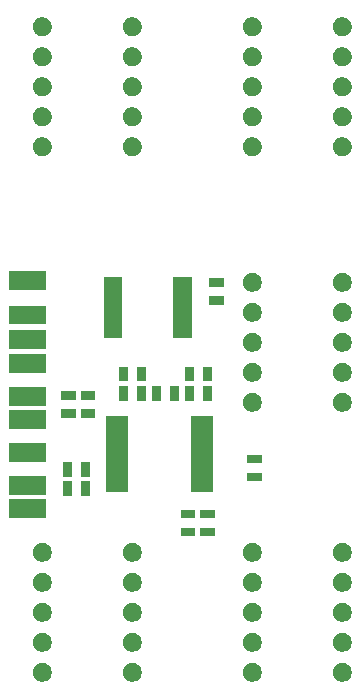
<source format=gbr>
G04 #@! TF.GenerationSoftware,KiCad,Pcbnew,5.1.2+dfsg1-1*
G04 #@! TF.CreationDate,2019-07-23T12:53:29+03:00*
G04 #@! TF.ProjectId,cps1_adapter,63707331-5f61-4646-9170-7465722e6b69,rev?*
G04 #@! TF.SameCoordinates,Original*
G04 #@! TF.FileFunction,Soldermask,Top*
G04 #@! TF.FilePolarity,Negative*
%FSLAX46Y46*%
G04 Gerber Fmt 4.6, Leading zero omitted, Abs format (unit mm)*
G04 Created by KiCad (PCBNEW 5.1.2+dfsg1-1) date 2019-07-23 12:53:29*
%MOMM*%
%LPD*%
G04 APERTURE LIST*
%ADD10C,0.100000*%
G04 APERTURE END LIST*
D10*
G36*
X51298585Y-89389974D02*
G01*
X51444321Y-89450340D01*
X51575480Y-89537978D01*
X51687022Y-89649520D01*
X51774660Y-89780679D01*
X51835026Y-89926415D01*
X51865800Y-90081128D01*
X51865800Y-90238872D01*
X51835026Y-90393585D01*
X51774660Y-90539321D01*
X51687022Y-90670480D01*
X51575480Y-90782022D01*
X51444321Y-90869660D01*
X51444320Y-90869661D01*
X51444319Y-90869661D01*
X51298585Y-90930026D01*
X51143873Y-90960800D01*
X50986127Y-90960800D01*
X50831415Y-90930026D01*
X50685681Y-90869661D01*
X50685680Y-90869661D01*
X50685679Y-90869660D01*
X50554520Y-90782022D01*
X50442978Y-90670480D01*
X50355340Y-90539321D01*
X50294974Y-90393585D01*
X50264200Y-90238872D01*
X50264200Y-90081128D01*
X50294974Y-89926415D01*
X50355340Y-89780679D01*
X50442978Y-89649520D01*
X50554520Y-89537978D01*
X50685679Y-89450340D01*
X50831415Y-89389974D01*
X50986127Y-89359200D01*
X51143873Y-89359200D01*
X51298585Y-89389974D01*
X51298585Y-89389974D01*
G37*
G36*
X61458585Y-89389974D02*
G01*
X61604321Y-89450340D01*
X61735480Y-89537978D01*
X61847022Y-89649520D01*
X61934660Y-89780679D01*
X61995026Y-89926415D01*
X62025800Y-90081128D01*
X62025800Y-90238872D01*
X61995026Y-90393585D01*
X61934660Y-90539321D01*
X61847022Y-90670480D01*
X61735480Y-90782022D01*
X61604321Y-90869660D01*
X61604320Y-90869661D01*
X61604319Y-90869661D01*
X61458585Y-90930026D01*
X61303873Y-90960800D01*
X61146127Y-90960800D01*
X60991415Y-90930026D01*
X60845681Y-90869661D01*
X60845680Y-90869661D01*
X60845679Y-90869660D01*
X60714520Y-90782022D01*
X60602978Y-90670480D01*
X60515340Y-90539321D01*
X60454974Y-90393585D01*
X60424200Y-90238872D01*
X60424200Y-90081128D01*
X60454974Y-89926415D01*
X60515340Y-89780679D01*
X60602978Y-89649520D01*
X60714520Y-89537978D01*
X60845679Y-89450340D01*
X60991415Y-89389974D01*
X61146127Y-89359200D01*
X61303873Y-89359200D01*
X61458585Y-89389974D01*
X61458585Y-89389974D01*
G37*
G36*
X69078585Y-89389974D02*
G01*
X69224321Y-89450340D01*
X69355480Y-89537978D01*
X69467022Y-89649520D01*
X69554660Y-89780679D01*
X69615026Y-89926415D01*
X69645800Y-90081128D01*
X69645800Y-90238872D01*
X69615026Y-90393585D01*
X69554660Y-90539321D01*
X69467022Y-90670480D01*
X69355480Y-90782022D01*
X69224321Y-90869660D01*
X69224320Y-90869661D01*
X69224319Y-90869661D01*
X69078585Y-90930026D01*
X68923873Y-90960800D01*
X68766127Y-90960800D01*
X68611415Y-90930026D01*
X68465681Y-90869661D01*
X68465680Y-90869661D01*
X68465679Y-90869660D01*
X68334520Y-90782022D01*
X68222978Y-90670480D01*
X68135340Y-90539321D01*
X68074974Y-90393585D01*
X68044200Y-90238872D01*
X68044200Y-90081128D01*
X68074974Y-89926415D01*
X68135340Y-89780679D01*
X68222978Y-89649520D01*
X68334520Y-89537978D01*
X68465679Y-89450340D01*
X68611415Y-89389974D01*
X68766127Y-89359200D01*
X68923873Y-89359200D01*
X69078585Y-89389974D01*
X69078585Y-89389974D01*
G37*
G36*
X43678585Y-89389974D02*
G01*
X43824321Y-89450340D01*
X43955480Y-89537978D01*
X44067022Y-89649520D01*
X44154660Y-89780679D01*
X44215026Y-89926415D01*
X44245800Y-90081128D01*
X44245800Y-90238872D01*
X44215026Y-90393585D01*
X44154660Y-90539321D01*
X44067022Y-90670480D01*
X43955480Y-90782022D01*
X43824321Y-90869660D01*
X43824320Y-90869661D01*
X43824319Y-90869661D01*
X43678585Y-90930026D01*
X43523873Y-90960800D01*
X43366127Y-90960800D01*
X43211415Y-90930026D01*
X43065681Y-90869661D01*
X43065680Y-90869661D01*
X43065679Y-90869660D01*
X42934520Y-90782022D01*
X42822978Y-90670480D01*
X42735340Y-90539321D01*
X42674974Y-90393585D01*
X42644200Y-90238872D01*
X42644200Y-90081128D01*
X42674974Y-89926415D01*
X42735340Y-89780679D01*
X42822978Y-89649520D01*
X42934520Y-89537978D01*
X43065679Y-89450340D01*
X43211415Y-89389974D01*
X43366127Y-89359200D01*
X43523873Y-89359200D01*
X43678585Y-89389974D01*
X43678585Y-89389974D01*
G37*
G36*
X43678585Y-86849974D02*
G01*
X43824321Y-86910340D01*
X43955480Y-86997978D01*
X44067022Y-87109520D01*
X44154660Y-87240679D01*
X44215026Y-87386415D01*
X44245800Y-87541128D01*
X44245800Y-87698872D01*
X44215026Y-87853585D01*
X44154660Y-87999321D01*
X44067022Y-88130480D01*
X43955480Y-88242022D01*
X43824321Y-88329660D01*
X43824320Y-88329661D01*
X43824319Y-88329661D01*
X43678585Y-88390026D01*
X43523873Y-88420800D01*
X43366127Y-88420800D01*
X43211415Y-88390026D01*
X43065681Y-88329661D01*
X43065680Y-88329661D01*
X43065679Y-88329660D01*
X42934520Y-88242022D01*
X42822978Y-88130480D01*
X42735340Y-87999321D01*
X42674974Y-87853585D01*
X42644200Y-87698872D01*
X42644200Y-87541128D01*
X42674974Y-87386415D01*
X42735340Y-87240679D01*
X42822978Y-87109520D01*
X42934520Y-86997978D01*
X43065679Y-86910340D01*
X43211415Y-86849974D01*
X43366127Y-86819200D01*
X43523873Y-86819200D01*
X43678585Y-86849974D01*
X43678585Y-86849974D01*
G37*
G36*
X51298585Y-86849974D02*
G01*
X51444321Y-86910340D01*
X51575480Y-86997978D01*
X51687022Y-87109520D01*
X51774660Y-87240679D01*
X51835026Y-87386415D01*
X51865800Y-87541128D01*
X51865800Y-87698872D01*
X51835026Y-87853585D01*
X51774660Y-87999321D01*
X51687022Y-88130480D01*
X51575480Y-88242022D01*
X51444321Y-88329660D01*
X51444320Y-88329661D01*
X51444319Y-88329661D01*
X51298585Y-88390026D01*
X51143873Y-88420800D01*
X50986127Y-88420800D01*
X50831415Y-88390026D01*
X50685681Y-88329661D01*
X50685680Y-88329661D01*
X50685679Y-88329660D01*
X50554520Y-88242022D01*
X50442978Y-88130480D01*
X50355340Y-87999321D01*
X50294974Y-87853585D01*
X50264200Y-87698872D01*
X50264200Y-87541128D01*
X50294974Y-87386415D01*
X50355340Y-87240679D01*
X50442978Y-87109520D01*
X50554520Y-86997978D01*
X50685679Y-86910340D01*
X50831415Y-86849974D01*
X50986127Y-86819200D01*
X51143873Y-86819200D01*
X51298585Y-86849974D01*
X51298585Y-86849974D01*
G37*
G36*
X69078585Y-86849974D02*
G01*
X69224321Y-86910340D01*
X69355480Y-86997978D01*
X69467022Y-87109520D01*
X69554660Y-87240679D01*
X69615026Y-87386415D01*
X69645800Y-87541128D01*
X69645800Y-87698872D01*
X69615026Y-87853585D01*
X69554660Y-87999321D01*
X69467022Y-88130480D01*
X69355480Y-88242022D01*
X69224321Y-88329660D01*
X69224320Y-88329661D01*
X69224319Y-88329661D01*
X69078585Y-88390026D01*
X68923873Y-88420800D01*
X68766127Y-88420800D01*
X68611415Y-88390026D01*
X68465681Y-88329661D01*
X68465680Y-88329661D01*
X68465679Y-88329660D01*
X68334520Y-88242022D01*
X68222978Y-88130480D01*
X68135340Y-87999321D01*
X68074974Y-87853585D01*
X68044200Y-87698872D01*
X68044200Y-87541128D01*
X68074974Y-87386415D01*
X68135340Y-87240679D01*
X68222978Y-87109520D01*
X68334520Y-86997978D01*
X68465679Y-86910340D01*
X68611415Y-86849974D01*
X68766127Y-86819200D01*
X68923873Y-86819200D01*
X69078585Y-86849974D01*
X69078585Y-86849974D01*
G37*
G36*
X61458585Y-86849974D02*
G01*
X61604321Y-86910340D01*
X61735480Y-86997978D01*
X61847022Y-87109520D01*
X61934660Y-87240679D01*
X61995026Y-87386415D01*
X62025800Y-87541128D01*
X62025800Y-87698872D01*
X61995026Y-87853585D01*
X61934660Y-87999321D01*
X61847022Y-88130480D01*
X61735480Y-88242022D01*
X61604321Y-88329660D01*
X61604320Y-88329661D01*
X61604319Y-88329661D01*
X61458585Y-88390026D01*
X61303873Y-88420800D01*
X61146127Y-88420800D01*
X60991415Y-88390026D01*
X60845681Y-88329661D01*
X60845680Y-88329661D01*
X60845679Y-88329660D01*
X60714520Y-88242022D01*
X60602978Y-88130480D01*
X60515340Y-87999321D01*
X60454974Y-87853585D01*
X60424200Y-87698872D01*
X60424200Y-87541128D01*
X60454974Y-87386415D01*
X60515340Y-87240679D01*
X60602978Y-87109520D01*
X60714520Y-86997978D01*
X60845679Y-86910340D01*
X60991415Y-86849974D01*
X61146127Y-86819200D01*
X61303873Y-86819200D01*
X61458585Y-86849974D01*
X61458585Y-86849974D01*
G37*
G36*
X69078585Y-84309974D02*
G01*
X69224321Y-84370340D01*
X69355480Y-84457978D01*
X69467022Y-84569520D01*
X69554660Y-84700679D01*
X69615026Y-84846415D01*
X69645800Y-85001128D01*
X69645800Y-85158872D01*
X69615026Y-85313585D01*
X69554660Y-85459321D01*
X69467022Y-85590480D01*
X69355480Y-85702022D01*
X69224321Y-85789660D01*
X69224320Y-85789661D01*
X69224319Y-85789661D01*
X69078585Y-85850026D01*
X68923873Y-85880800D01*
X68766127Y-85880800D01*
X68611415Y-85850026D01*
X68465681Y-85789661D01*
X68465680Y-85789661D01*
X68465679Y-85789660D01*
X68334520Y-85702022D01*
X68222978Y-85590480D01*
X68135340Y-85459321D01*
X68074974Y-85313585D01*
X68044200Y-85158872D01*
X68044200Y-85001128D01*
X68074974Y-84846415D01*
X68135340Y-84700679D01*
X68222978Y-84569520D01*
X68334520Y-84457978D01*
X68465679Y-84370340D01*
X68611415Y-84309974D01*
X68766127Y-84279200D01*
X68923873Y-84279200D01*
X69078585Y-84309974D01*
X69078585Y-84309974D01*
G37*
G36*
X61458585Y-84309974D02*
G01*
X61604321Y-84370340D01*
X61735480Y-84457978D01*
X61847022Y-84569520D01*
X61934660Y-84700679D01*
X61995026Y-84846415D01*
X62025800Y-85001128D01*
X62025800Y-85158872D01*
X61995026Y-85313585D01*
X61934660Y-85459321D01*
X61847022Y-85590480D01*
X61735480Y-85702022D01*
X61604321Y-85789660D01*
X61604320Y-85789661D01*
X61604319Y-85789661D01*
X61458585Y-85850026D01*
X61303873Y-85880800D01*
X61146127Y-85880800D01*
X60991415Y-85850026D01*
X60845681Y-85789661D01*
X60845680Y-85789661D01*
X60845679Y-85789660D01*
X60714520Y-85702022D01*
X60602978Y-85590480D01*
X60515340Y-85459321D01*
X60454974Y-85313585D01*
X60424200Y-85158872D01*
X60424200Y-85001128D01*
X60454974Y-84846415D01*
X60515340Y-84700679D01*
X60602978Y-84569520D01*
X60714520Y-84457978D01*
X60845679Y-84370340D01*
X60991415Y-84309974D01*
X61146127Y-84279200D01*
X61303873Y-84279200D01*
X61458585Y-84309974D01*
X61458585Y-84309974D01*
G37*
G36*
X43678585Y-84309974D02*
G01*
X43824321Y-84370340D01*
X43955480Y-84457978D01*
X44067022Y-84569520D01*
X44154660Y-84700679D01*
X44215026Y-84846415D01*
X44245800Y-85001128D01*
X44245800Y-85158872D01*
X44215026Y-85313585D01*
X44154660Y-85459321D01*
X44067022Y-85590480D01*
X43955480Y-85702022D01*
X43824321Y-85789660D01*
X43824320Y-85789661D01*
X43824319Y-85789661D01*
X43678585Y-85850026D01*
X43523873Y-85880800D01*
X43366127Y-85880800D01*
X43211415Y-85850026D01*
X43065681Y-85789661D01*
X43065680Y-85789661D01*
X43065679Y-85789660D01*
X42934520Y-85702022D01*
X42822978Y-85590480D01*
X42735340Y-85459321D01*
X42674974Y-85313585D01*
X42644200Y-85158872D01*
X42644200Y-85001128D01*
X42674974Y-84846415D01*
X42735340Y-84700679D01*
X42822978Y-84569520D01*
X42934520Y-84457978D01*
X43065679Y-84370340D01*
X43211415Y-84309974D01*
X43366127Y-84279200D01*
X43523873Y-84279200D01*
X43678585Y-84309974D01*
X43678585Y-84309974D01*
G37*
G36*
X51298585Y-84309974D02*
G01*
X51444321Y-84370340D01*
X51575480Y-84457978D01*
X51687022Y-84569520D01*
X51774660Y-84700679D01*
X51835026Y-84846415D01*
X51865800Y-85001128D01*
X51865800Y-85158872D01*
X51835026Y-85313585D01*
X51774660Y-85459321D01*
X51687022Y-85590480D01*
X51575480Y-85702022D01*
X51444321Y-85789660D01*
X51444320Y-85789661D01*
X51444319Y-85789661D01*
X51298585Y-85850026D01*
X51143873Y-85880800D01*
X50986127Y-85880800D01*
X50831415Y-85850026D01*
X50685681Y-85789661D01*
X50685680Y-85789661D01*
X50685679Y-85789660D01*
X50554520Y-85702022D01*
X50442978Y-85590480D01*
X50355340Y-85459321D01*
X50294974Y-85313585D01*
X50264200Y-85158872D01*
X50264200Y-85001128D01*
X50294974Y-84846415D01*
X50355340Y-84700679D01*
X50442978Y-84569520D01*
X50554520Y-84457978D01*
X50685679Y-84370340D01*
X50831415Y-84309974D01*
X50986127Y-84279200D01*
X51143873Y-84279200D01*
X51298585Y-84309974D01*
X51298585Y-84309974D01*
G37*
G36*
X51298585Y-81769974D02*
G01*
X51444321Y-81830340D01*
X51575480Y-81917978D01*
X51687022Y-82029520D01*
X51774660Y-82160679D01*
X51835026Y-82306415D01*
X51865800Y-82461128D01*
X51865800Y-82618872D01*
X51835026Y-82773585D01*
X51774660Y-82919321D01*
X51687022Y-83050480D01*
X51575480Y-83162022D01*
X51444321Y-83249660D01*
X51444320Y-83249661D01*
X51444319Y-83249661D01*
X51298585Y-83310026D01*
X51143873Y-83340800D01*
X50986127Y-83340800D01*
X50831415Y-83310026D01*
X50685681Y-83249661D01*
X50685680Y-83249661D01*
X50685679Y-83249660D01*
X50554520Y-83162022D01*
X50442978Y-83050480D01*
X50355340Y-82919321D01*
X50294974Y-82773585D01*
X50264200Y-82618872D01*
X50264200Y-82461128D01*
X50294974Y-82306415D01*
X50355340Y-82160679D01*
X50442978Y-82029520D01*
X50554520Y-81917978D01*
X50685679Y-81830340D01*
X50831415Y-81769974D01*
X50986127Y-81739200D01*
X51143873Y-81739200D01*
X51298585Y-81769974D01*
X51298585Y-81769974D01*
G37*
G36*
X61458585Y-81769974D02*
G01*
X61604321Y-81830340D01*
X61735480Y-81917978D01*
X61847022Y-82029520D01*
X61934660Y-82160679D01*
X61995026Y-82306415D01*
X62025800Y-82461128D01*
X62025800Y-82618872D01*
X61995026Y-82773585D01*
X61934660Y-82919321D01*
X61847022Y-83050480D01*
X61735480Y-83162022D01*
X61604321Y-83249660D01*
X61604320Y-83249661D01*
X61604319Y-83249661D01*
X61458585Y-83310026D01*
X61303873Y-83340800D01*
X61146127Y-83340800D01*
X60991415Y-83310026D01*
X60845681Y-83249661D01*
X60845680Y-83249661D01*
X60845679Y-83249660D01*
X60714520Y-83162022D01*
X60602978Y-83050480D01*
X60515340Y-82919321D01*
X60454974Y-82773585D01*
X60424200Y-82618872D01*
X60424200Y-82461128D01*
X60454974Y-82306415D01*
X60515340Y-82160679D01*
X60602978Y-82029520D01*
X60714520Y-81917978D01*
X60845679Y-81830340D01*
X60991415Y-81769974D01*
X61146127Y-81739200D01*
X61303873Y-81739200D01*
X61458585Y-81769974D01*
X61458585Y-81769974D01*
G37*
G36*
X69078585Y-81769974D02*
G01*
X69224321Y-81830340D01*
X69355480Y-81917978D01*
X69467022Y-82029520D01*
X69554660Y-82160679D01*
X69615026Y-82306415D01*
X69645800Y-82461128D01*
X69645800Y-82618872D01*
X69615026Y-82773585D01*
X69554660Y-82919321D01*
X69467022Y-83050480D01*
X69355480Y-83162022D01*
X69224321Y-83249660D01*
X69224320Y-83249661D01*
X69224319Y-83249661D01*
X69078585Y-83310026D01*
X68923873Y-83340800D01*
X68766127Y-83340800D01*
X68611415Y-83310026D01*
X68465681Y-83249661D01*
X68465680Y-83249661D01*
X68465679Y-83249660D01*
X68334520Y-83162022D01*
X68222978Y-83050480D01*
X68135340Y-82919321D01*
X68074974Y-82773585D01*
X68044200Y-82618872D01*
X68044200Y-82461128D01*
X68074974Y-82306415D01*
X68135340Y-82160679D01*
X68222978Y-82029520D01*
X68334520Y-81917978D01*
X68465679Y-81830340D01*
X68611415Y-81769974D01*
X68766127Y-81739200D01*
X68923873Y-81739200D01*
X69078585Y-81769974D01*
X69078585Y-81769974D01*
G37*
G36*
X43678585Y-81769974D02*
G01*
X43824321Y-81830340D01*
X43955480Y-81917978D01*
X44067022Y-82029520D01*
X44154660Y-82160679D01*
X44215026Y-82306415D01*
X44245800Y-82461128D01*
X44245800Y-82618872D01*
X44215026Y-82773585D01*
X44154660Y-82919321D01*
X44067022Y-83050480D01*
X43955480Y-83162022D01*
X43824321Y-83249660D01*
X43824320Y-83249661D01*
X43824319Y-83249661D01*
X43678585Y-83310026D01*
X43523873Y-83340800D01*
X43366127Y-83340800D01*
X43211415Y-83310026D01*
X43065681Y-83249661D01*
X43065680Y-83249661D01*
X43065679Y-83249660D01*
X42934520Y-83162022D01*
X42822978Y-83050480D01*
X42735340Y-82919321D01*
X42674974Y-82773585D01*
X42644200Y-82618872D01*
X42644200Y-82461128D01*
X42674974Y-82306415D01*
X42735340Y-82160679D01*
X42822978Y-82029520D01*
X42934520Y-81917978D01*
X43065679Y-81830340D01*
X43211415Y-81769974D01*
X43366127Y-81739200D01*
X43523873Y-81739200D01*
X43678585Y-81769974D01*
X43678585Y-81769974D01*
G37*
G36*
X43678585Y-79229974D02*
G01*
X43824321Y-79290340D01*
X43955480Y-79377978D01*
X44067022Y-79489520D01*
X44154660Y-79620679D01*
X44215026Y-79766415D01*
X44245800Y-79921128D01*
X44245800Y-80078872D01*
X44215026Y-80233585D01*
X44154660Y-80379321D01*
X44067022Y-80510480D01*
X43955480Y-80622022D01*
X43824321Y-80709660D01*
X43824320Y-80709661D01*
X43824319Y-80709661D01*
X43678585Y-80770026D01*
X43523873Y-80800800D01*
X43366127Y-80800800D01*
X43211415Y-80770026D01*
X43065681Y-80709661D01*
X43065680Y-80709661D01*
X43065679Y-80709660D01*
X42934520Y-80622022D01*
X42822978Y-80510480D01*
X42735340Y-80379321D01*
X42674974Y-80233585D01*
X42644200Y-80078872D01*
X42644200Y-79921128D01*
X42674974Y-79766415D01*
X42735340Y-79620679D01*
X42822978Y-79489520D01*
X42934520Y-79377978D01*
X43065679Y-79290340D01*
X43211415Y-79229974D01*
X43366127Y-79199200D01*
X43523873Y-79199200D01*
X43678585Y-79229974D01*
X43678585Y-79229974D01*
G37*
G36*
X69078585Y-79229974D02*
G01*
X69224321Y-79290340D01*
X69355480Y-79377978D01*
X69467022Y-79489520D01*
X69554660Y-79620679D01*
X69615026Y-79766415D01*
X69645800Y-79921128D01*
X69645800Y-80078872D01*
X69615026Y-80233585D01*
X69554660Y-80379321D01*
X69467022Y-80510480D01*
X69355480Y-80622022D01*
X69224321Y-80709660D01*
X69224320Y-80709661D01*
X69224319Y-80709661D01*
X69078585Y-80770026D01*
X68923873Y-80800800D01*
X68766127Y-80800800D01*
X68611415Y-80770026D01*
X68465681Y-80709661D01*
X68465680Y-80709661D01*
X68465679Y-80709660D01*
X68334520Y-80622022D01*
X68222978Y-80510480D01*
X68135340Y-80379321D01*
X68074974Y-80233585D01*
X68044200Y-80078872D01*
X68044200Y-79921128D01*
X68074974Y-79766415D01*
X68135340Y-79620679D01*
X68222978Y-79489520D01*
X68334520Y-79377978D01*
X68465679Y-79290340D01*
X68611415Y-79229974D01*
X68766127Y-79199200D01*
X68923873Y-79199200D01*
X69078585Y-79229974D01*
X69078585Y-79229974D01*
G37*
G36*
X51298585Y-79229974D02*
G01*
X51444321Y-79290340D01*
X51575480Y-79377978D01*
X51687022Y-79489520D01*
X51774660Y-79620679D01*
X51835026Y-79766415D01*
X51865800Y-79921128D01*
X51865800Y-80078872D01*
X51835026Y-80233585D01*
X51774660Y-80379321D01*
X51687022Y-80510480D01*
X51575480Y-80622022D01*
X51444321Y-80709660D01*
X51444320Y-80709661D01*
X51444319Y-80709661D01*
X51298585Y-80770026D01*
X51143873Y-80800800D01*
X50986127Y-80800800D01*
X50831415Y-80770026D01*
X50685681Y-80709661D01*
X50685680Y-80709661D01*
X50685679Y-80709660D01*
X50554520Y-80622022D01*
X50442978Y-80510480D01*
X50355340Y-80379321D01*
X50294974Y-80233585D01*
X50264200Y-80078872D01*
X50264200Y-79921128D01*
X50294974Y-79766415D01*
X50355340Y-79620679D01*
X50442978Y-79489520D01*
X50554520Y-79377978D01*
X50685679Y-79290340D01*
X50831415Y-79229974D01*
X50986127Y-79199200D01*
X51143873Y-79199200D01*
X51298585Y-79229974D01*
X51298585Y-79229974D01*
G37*
G36*
X61458585Y-79229974D02*
G01*
X61604321Y-79290340D01*
X61735480Y-79377978D01*
X61847022Y-79489520D01*
X61934660Y-79620679D01*
X61995026Y-79766415D01*
X62025800Y-79921128D01*
X62025800Y-80078872D01*
X61995026Y-80233585D01*
X61934660Y-80379321D01*
X61847022Y-80510480D01*
X61735480Y-80622022D01*
X61604321Y-80709660D01*
X61604320Y-80709661D01*
X61604319Y-80709661D01*
X61458585Y-80770026D01*
X61303873Y-80800800D01*
X61146127Y-80800800D01*
X60991415Y-80770026D01*
X60845681Y-80709661D01*
X60845680Y-80709661D01*
X60845679Y-80709660D01*
X60714520Y-80622022D01*
X60602978Y-80510480D01*
X60515340Y-80379321D01*
X60454974Y-80233585D01*
X60424200Y-80078872D01*
X60424200Y-79921128D01*
X60454974Y-79766415D01*
X60515340Y-79620679D01*
X60602978Y-79489520D01*
X60714520Y-79377978D01*
X60845679Y-79290340D01*
X60991415Y-79229974D01*
X61146127Y-79199200D01*
X61303873Y-79199200D01*
X61458585Y-79229974D01*
X61458585Y-79229974D01*
G37*
G36*
X58032300Y-78640300D02*
G01*
X56787700Y-78640300D01*
X56787700Y-77903700D01*
X58032300Y-77903700D01*
X58032300Y-78640300D01*
X58032300Y-78640300D01*
G37*
G36*
X56402300Y-78640300D02*
G01*
X55157700Y-78640300D01*
X55157700Y-77903700D01*
X56402300Y-77903700D01*
X56402300Y-78640300D01*
X56402300Y-78640300D01*
G37*
G36*
X58032300Y-77116300D02*
G01*
X56787700Y-77116300D01*
X56787700Y-76379700D01*
X58032300Y-76379700D01*
X58032300Y-77116300D01*
X58032300Y-77116300D01*
G37*
G36*
X56402300Y-77116300D02*
G01*
X55157700Y-77116300D01*
X55157700Y-76379700D01*
X56402300Y-76379700D01*
X56402300Y-77116300D01*
X56402300Y-77116300D01*
G37*
G36*
X43750800Y-77110800D02*
G01*
X40649200Y-77110800D01*
X40649200Y-75509200D01*
X43750800Y-75509200D01*
X43750800Y-77110800D01*
X43750800Y-77110800D01*
G37*
G36*
X45956300Y-75232300D02*
G01*
X45219700Y-75232300D01*
X45219700Y-73987700D01*
X45956300Y-73987700D01*
X45956300Y-75232300D01*
X45956300Y-75232300D01*
G37*
G36*
X47480300Y-75232300D02*
G01*
X46743700Y-75232300D01*
X46743700Y-73987700D01*
X47480300Y-73987700D01*
X47480300Y-75232300D01*
X47480300Y-75232300D01*
G37*
G36*
X43750800Y-75110800D02*
G01*
X40649200Y-75110800D01*
X40649200Y-73509200D01*
X43750800Y-73509200D01*
X43750800Y-75110800D01*
X43750800Y-75110800D01*
G37*
G36*
X50675800Y-74880800D02*
G01*
X48824200Y-74880800D01*
X48824200Y-68479200D01*
X50675800Y-68479200D01*
X50675800Y-74880800D01*
X50675800Y-74880800D01*
G37*
G36*
X57875800Y-74880800D02*
G01*
X56024200Y-74880800D01*
X56024200Y-68479200D01*
X57875800Y-68479200D01*
X57875800Y-74880800D01*
X57875800Y-74880800D01*
G37*
G36*
X62022300Y-73990300D02*
G01*
X60777700Y-73990300D01*
X60777700Y-73253700D01*
X62022300Y-73253700D01*
X62022300Y-73990300D01*
X62022300Y-73990300D01*
G37*
G36*
X47490300Y-73602300D02*
G01*
X46753700Y-73602300D01*
X46753700Y-72357700D01*
X47490300Y-72357700D01*
X47490300Y-73602300D01*
X47490300Y-73602300D01*
G37*
G36*
X45966300Y-73602300D02*
G01*
X45229700Y-73602300D01*
X45229700Y-72357700D01*
X45966300Y-72357700D01*
X45966300Y-73602300D01*
X45966300Y-73602300D01*
G37*
G36*
X62022300Y-72466300D02*
G01*
X60777700Y-72466300D01*
X60777700Y-71729700D01*
X62022300Y-71729700D01*
X62022300Y-72466300D01*
X62022300Y-72466300D01*
G37*
G36*
X43750800Y-72360800D02*
G01*
X40649200Y-72360800D01*
X40649200Y-70759200D01*
X43750800Y-70759200D01*
X43750800Y-72360800D01*
X43750800Y-72360800D01*
G37*
G36*
X43750800Y-69590800D02*
G01*
X40649200Y-69590800D01*
X40649200Y-67989200D01*
X43750800Y-67989200D01*
X43750800Y-69590800D01*
X43750800Y-69590800D01*
G37*
G36*
X47932300Y-68610300D02*
G01*
X46687700Y-68610300D01*
X46687700Y-67873700D01*
X47932300Y-67873700D01*
X47932300Y-68610300D01*
X47932300Y-68610300D01*
G37*
G36*
X46312300Y-68610300D02*
G01*
X45067700Y-68610300D01*
X45067700Y-67873700D01*
X46312300Y-67873700D01*
X46312300Y-68610300D01*
X46312300Y-68610300D01*
G37*
G36*
X69078585Y-66529974D02*
G01*
X69224321Y-66590340D01*
X69355480Y-66677978D01*
X69467022Y-66789520D01*
X69554661Y-66920681D01*
X69615026Y-67066415D01*
X69632110Y-67152300D01*
X69645800Y-67221128D01*
X69645800Y-67378872D01*
X69615026Y-67533585D01*
X69554660Y-67679321D01*
X69467022Y-67810480D01*
X69355480Y-67922022D01*
X69224321Y-68009660D01*
X69224320Y-68009661D01*
X69224319Y-68009661D01*
X69078585Y-68070026D01*
X68923873Y-68100800D01*
X68766127Y-68100800D01*
X68611415Y-68070026D01*
X68465681Y-68009661D01*
X68465680Y-68009661D01*
X68465679Y-68009660D01*
X68334520Y-67922022D01*
X68222978Y-67810480D01*
X68135340Y-67679321D01*
X68074974Y-67533585D01*
X68044200Y-67378872D01*
X68044200Y-67221128D01*
X68057891Y-67152300D01*
X68074974Y-67066415D01*
X68135339Y-66920681D01*
X68222978Y-66789520D01*
X68334520Y-66677978D01*
X68465679Y-66590340D01*
X68611415Y-66529974D01*
X68766127Y-66499200D01*
X68923873Y-66499200D01*
X69078585Y-66529974D01*
X69078585Y-66529974D01*
G37*
G36*
X61458585Y-66529974D02*
G01*
X61604321Y-66590340D01*
X61735480Y-66677978D01*
X61847022Y-66789520D01*
X61934661Y-66920681D01*
X61995026Y-67066415D01*
X62012110Y-67152300D01*
X62025800Y-67221128D01*
X62025800Y-67378872D01*
X61995026Y-67533585D01*
X61934660Y-67679321D01*
X61847022Y-67810480D01*
X61735480Y-67922022D01*
X61604321Y-68009660D01*
X61604320Y-68009661D01*
X61604319Y-68009661D01*
X61458585Y-68070026D01*
X61303873Y-68100800D01*
X61146127Y-68100800D01*
X60991415Y-68070026D01*
X60845681Y-68009661D01*
X60845680Y-68009661D01*
X60845679Y-68009660D01*
X60714520Y-67922022D01*
X60602978Y-67810480D01*
X60515340Y-67679321D01*
X60454974Y-67533585D01*
X60424200Y-67378872D01*
X60424200Y-67221128D01*
X60437891Y-67152300D01*
X60454974Y-67066415D01*
X60515339Y-66920681D01*
X60602978Y-66789520D01*
X60714520Y-66677978D01*
X60845679Y-66590340D01*
X60991415Y-66529974D01*
X61146127Y-66499200D01*
X61303873Y-66499200D01*
X61458585Y-66529974D01*
X61458585Y-66529974D01*
G37*
G36*
X43750800Y-67580800D02*
G01*
X40649200Y-67580800D01*
X40649200Y-65979200D01*
X43750800Y-65979200D01*
X43750800Y-67580800D01*
X43750800Y-67580800D01*
G37*
G36*
X53506300Y-67162300D02*
G01*
X52769700Y-67162300D01*
X52769700Y-65917700D01*
X53506300Y-65917700D01*
X53506300Y-67162300D01*
X53506300Y-67162300D01*
G37*
G36*
X55030300Y-67162300D02*
G01*
X54293700Y-67162300D01*
X54293700Y-65917700D01*
X55030300Y-65917700D01*
X55030300Y-67162300D01*
X55030300Y-67162300D01*
G37*
G36*
X50696300Y-67152300D02*
G01*
X49959700Y-67152300D01*
X49959700Y-65907700D01*
X50696300Y-65907700D01*
X50696300Y-67152300D01*
X50696300Y-67152300D01*
G37*
G36*
X57830300Y-67152300D02*
G01*
X57093700Y-67152300D01*
X57093700Y-65907700D01*
X57830300Y-65907700D01*
X57830300Y-67152300D01*
X57830300Y-67152300D01*
G37*
G36*
X56306300Y-67152300D02*
G01*
X55569700Y-67152300D01*
X55569700Y-65907700D01*
X56306300Y-65907700D01*
X56306300Y-67152300D01*
X56306300Y-67152300D01*
G37*
G36*
X52220300Y-67152300D02*
G01*
X51483700Y-67152300D01*
X51483700Y-65907700D01*
X52220300Y-65907700D01*
X52220300Y-67152300D01*
X52220300Y-67152300D01*
G37*
G36*
X46312300Y-67086300D02*
G01*
X45067700Y-67086300D01*
X45067700Y-66349700D01*
X46312300Y-66349700D01*
X46312300Y-67086300D01*
X46312300Y-67086300D01*
G37*
G36*
X47932300Y-67086300D02*
G01*
X46687700Y-67086300D01*
X46687700Y-66349700D01*
X47932300Y-66349700D01*
X47932300Y-67086300D01*
X47932300Y-67086300D01*
G37*
G36*
X69078585Y-63989974D02*
G01*
X69224321Y-64050340D01*
X69355480Y-64137978D01*
X69467022Y-64249520D01*
X69554660Y-64380679D01*
X69615026Y-64526415D01*
X69645800Y-64681128D01*
X69645800Y-64838872D01*
X69615026Y-64993585D01*
X69554660Y-65139321D01*
X69467022Y-65270480D01*
X69355480Y-65382022D01*
X69224321Y-65469660D01*
X69224320Y-65469661D01*
X69224319Y-65469661D01*
X69078585Y-65530026D01*
X68923873Y-65560800D01*
X68766127Y-65560800D01*
X68611415Y-65530026D01*
X68465681Y-65469661D01*
X68465680Y-65469661D01*
X68465679Y-65469660D01*
X68334520Y-65382022D01*
X68222978Y-65270480D01*
X68135340Y-65139321D01*
X68074974Y-64993585D01*
X68044200Y-64838872D01*
X68044200Y-64681128D01*
X68074974Y-64526415D01*
X68135340Y-64380679D01*
X68222978Y-64249520D01*
X68334520Y-64137978D01*
X68465679Y-64050340D01*
X68611415Y-63989974D01*
X68766127Y-63959200D01*
X68923873Y-63959200D01*
X69078585Y-63989974D01*
X69078585Y-63989974D01*
G37*
G36*
X61458585Y-63989974D02*
G01*
X61604321Y-64050340D01*
X61735480Y-64137978D01*
X61847022Y-64249520D01*
X61934660Y-64380679D01*
X61995026Y-64526415D01*
X62025800Y-64681128D01*
X62025800Y-64838872D01*
X61995026Y-64993585D01*
X61934660Y-65139321D01*
X61847022Y-65270480D01*
X61735480Y-65382022D01*
X61604321Y-65469660D01*
X61604320Y-65469661D01*
X61604319Y-65469661D01*
X61458585Y-65530026D01*
X61303873Y-65560800D01*
X61146127Y-65560800D01*
X60991415Y-65530026D01*
X60845681Y-65469661D01*
X60845680Y-65469661D01*
X60845679Y-65469660D01*
X60714520Y-65382022D01*
X60602978Y-65270480D01*
X60515340Y-65139321D01*
X60454974Y-64993585D01*
X60424200Y-64838872D01*
X60424200Y-64681128D01*
X60454974Y-64526415D01*
X60515340Y-64380679D01*
X60602978Y-64249520D01*
X60714520Y-64137978D01*
X60845679Y-64050340D01*
X60991415Y-63989974D01*
X61146127Y-63959200D01*
X61303873Y-63959200D01*
X61458585Y-63989974D01*
X61458585Y-63989974D01*
G37*
G36*
X50696300Y-65522300D02*
G01*
X49959700Y-65522300D01*
X49959700Y-64277700D01*
X50696300Y-64277700D01*
X50696300Y-65522300D01*
X50696300Y-65522300D01*
G37*
G36*
X56296300Y-65522300D02*
G01*
X55559700Y-65522300D01*
X55559700Y-64277700D01*
X56296300Y-64277700D01*
X56296300Y-65522300D01*
X56296300Y-65522300D01*
G37*
G36*
X52220300Y-65522300D02*
G01*
X51483700Y-65522300D01*
X51483700Y-64277700D01*
X52220300Y-64277700D01*
X52220300Y-65522300D01*
X52220300Y-65522300D01*
G37*
G36*
X57820300Y-65522300D02*
G01*
X57083700Y-65522300D01*
X57083700Y-64277700D01*
X57820300Y-64277700D01*
X57820300Y-65522300D01*
X57820300Y-65522300D01*
G37*
G36*
X43750800Y-64820800D02*
G01*
X40649200Y-64820800D01*
X40649200Y-63219200D01*
X43750800Y-63219200D01*
X43750800Y-64820800D01*
X43750800Y-64820800D01*
G37*
G36*
X69078585Y-61449974D02*
G01*
X69224321Y-61510340D01*
X69355480Y-61597978D01*
X69467022Y-61709520D01*
X69554660Y-61840679D01*
X69615026Y-61986415D01*
X69645800Y-62141128D01*
X69645800Y-62298872D01*
X69615026Y-62453585D01*
X69554660Y-62599321D01*
X69467022Y-62730480D01*
X69355480Y-62842022D01*
X69224321Y-62929660D01*
X69224320Y-62929661D01*
X69224319Y-62929661D01*
X69078585Y-62990026D01*
X68923873Y-63020800D01*
X68766127Y-63020800D01*
X68611415Y-62990026D01*
X68465681Y-62929661D01*
X68465680Y-62929661D01*
X68465679Y-62929660D01*
X68334520Y-62842022D01*
X68222978Y-62730480D01*
X68135340Y-62599321D01*
X68074974Y-62453585D01*
X68044200Y-62298872D01*
X68044200Y-62141128D01*
X68074974Y-61986415D01*
X68135340Y-61840679D01*
X68222978Y-61709520D01*
X68334520Y-61597978D01*
X68465679Y-61510340D01*
X68611415Y-61449974D01*
X68766127Y-61419200D01*
X68923873Y-61419200D01*
X69078585Y-61449974D01*
X69078585Y-61449974D01*
G37*
G36*
X61458585Y-61449974D02*
G01*
X61604321Y-61510340D01*
X61735480Y-61597978D01*
X61847022Y-61709520D01*
X61934660Y-61840679D01*
X61995026Y-61986415D01*
X62025800Y-62141128D01*
X62025800Y-62298872D01*
X61995026Y-62453585D01*
X61934660Y-62599321D01*
X61847022Y-62730480D01*
X61735480Y-62842022D01*
X61604321Y-62929660D01*
X61604320Y-62929661D01*
X61604319Y-62929661D01*
X61458585Y-62990026D01*
X61303873Y-63020800D01*
X61146127Y-63020800D01*
X60991415Y-62990026D01*
X60845681Y-62929661D01*
X60845680Y-62929661D01*
X60845679Y-62929660D01*
X60714520Y-62842022D01*
X60602978Y-62730480D01*
X60515340Y-62599321D01*
X60454974Y-62453585D01*
X60424200Y-62298872D01*
X60424200Y-62141128D01*
X60454974Y-61986415D01*
X60515340Y-61840679D01*
X60602978Y-61709520D01*
X60714520Y-61597978D01*
X60845679Y-61510340D01*
X60991415Y-61449974D01*
X61146127Y-61419200D01*
X61303873Y-61419200D01*
X61458585Y-61449974D01*
X61458585Y-61449974D01*
G37*
G36*
X43750800Y-62770800D02*
G01*
X40649200Y-62770800D01*
X40649200Y-61169200D01*
X43750800Y-61169200D01*
X43750800Y-62770800D01*
X43750800Y-62770800D01*
G37*
G36*
X56140800Y-61830800D02*
G01*
X54539200Y-61830800D01*
X54539200Y-56729200D01*
X56140800Y-56729200D01*
X56140800Y-61830800D01*
X56140800Y-61830800D01*
G37*
G36*
X50240800Y-61830800D02*
G01*
X48639200Y-61830800D01*
X48639200Y-56729200D01*
X50240800Y-56729200D01*
X50240800Y-61830800D01*
X50240800Y-61830800D01*
G37*
G36*
X43750800Y-60710800D02*
G01*
X40649200Y-60710800D01*
X40649200Y-59109200D01*
X43750800Y-59109200D01*
X43750800Y-60710800D01*
X43750800Y-60710800D01*
G37*
G36*
X61458585Y-58909974D02*
G01*
X61604321Y-58970340D01*
X61735480Y-59057978D01*
X61847022Y-59169520D01*
X61934660Y-59300679D01*
X61995026Y-59446415D01*
X62025800Y-59601128D01*
X62025800Y-59758872D01*
X61995026Y-59913585D01*
X61934660Y-60059321D01*
X61847022Y-60190480D01*
X61735480Y-60302022D01*
X61604321Y-60389660D01*
X61604320Y-60389661D01*
X61604319Y-60389661D01*
X61458585Y-60450026D01*
X61303873Y-60480800D01*
X61146127Y-60480800D01*
X60991415Y-60450026D01*
X60845681Y-60389661D01*
X60845680Y-60389661D01*
X60845679Y-60389660D01*
X60714520Y-60302022D01*
X60602978Y-60190480D01*
X60515340Y-60059321D01*
X60454974Y-59913585D01*
X60424200Y-59758872D01*
X60424200Y-59601128D01*
X60454974Y-59446415D01*
X60515340Y-59300679D01*
X60602978Y-59169520D01*
X60714520Y-59057978D01*
X60845679Y-58970340D01*
X60991415Y-58909974D01*
X61146127Y-58879200D01*
X61303873Y-58879200D01*
X61458585Y-58909974D01*
X61458585Y-58909974D01*
G37*
G36*
X69078585Y-58909974D02*
G01*
X69224321Y-58970340D01*
X69355480Y-59057978D01*
X69467022Y-59169520D01*
X69554660Y-59300679D01*
X69615026Y-59446415D01*
X69645800Y-59601128D01*
X69645800Y-59758872D01*
X69615026Y-59913585D01*
X69554660Y-60059321D01*
X69467022Y-60190480D01*
X69355480Y-60302022D01*
X69224321Y-60389660D01*
X69224320Y-60389661D01*
X69224319Y-60389661D01*
X69078585Y-60450026D01*
X68923873Y-60480800D01*
X68766127Y-60480800D01*
X68611415Y-60450026D01*
X68465681Y-60389661D01*
X68465680Y-60389661D01*
X68465679Y-60389660D01*
X68334520Y-60302022D01*
X68222978Y-60190480D01*
X68135340Y-60059321D01*
X68074974Y-59913585D01*
X68044200Y-59758872D01*
X68044200Y-59601128D01*
X68074974Y-59446415D01*
X68135340Y-59300679D01*
X68222978Y-59169520D01*
X68334520Y-59057978D01*
X68465679Y-58970340D01*
X68611415Y-58909974D01*
X68766127Y-58879200D01*
X68923873Y-58879200D01*
X69078585Y-58909974D01*
X69078585Y-58909974D01*
G37*
G36*
X58852300Y-59020300D02*
G01*
X57607700Y-59020300D01*
X57607700Y-58283700D01*
X58852300Y-58283700D01*
X58852300Y-59020300D01*
X58852300Y-59020300D01*
G37*
G36*
X69078585Y-56369974D02*
G01*
X69224321Y-56430340D01*
X69355480Y-56517978D01*
X69467022Y-56629520D01*
X69554660Y-56760679D01*
X69615026Y-56906415D01*
X69645800Y-57061128D01*
X69645800Y-57218872D01*
X69615026Y-57373585D01*
X69554660Y-57519321D01*
X69467022Y-57650480D01*
X69355480Y-57762022D01*
X69224321Y-57849660D01*
X69224320Y-57849661D01*
X69224319Y-57849661D01*
X69078585Y-57910026D01*
X68923873Y-57940800D01*
X68766127Y-57940800D01*
X68611415Y-57910026D01*
X68465681Y-57849661D01*
X68465680Y-57849661D01*
X68465679Y-57849660D01*
X68334520Y-57762022D01*
X68222978Y-57650480D01*
X68135340Y-57519321D01*
X68074974Y-57373585D01*
X68044200Y-57218872D01*
X68044200Y-57061128D01*
X68074974Y-56906415D01*
X68135340Y-56760679D01*
X68222978Y-56629520D01*
X68334520Y-56517978D01*
X68465679Y-56430340D01*
X68611415Y-56369974D01*
X68766127Y-56339200D01*
X68923873Y-56339200D01*
X69078585Y-56369974D01*
X69078585Y-56369974D01*
G37*
G36*
X61458585Y-56369974D02*
G01*
X61604321Y-56430340D01*
X61735480Y-56517978D01*
X61847022Y-56629520D01*
X61934660Y-56760679D01*
X61995026Y-56906415D01*
X62025800Y-57061128D01*
X62025800Y-57218872D01*
X61995026Y-57373585D01*
X61934660Y-57519321D01*
X61847022Y-57650480D01*
X61735480Y-57762022D01*
X61604321Y-57849660D01*
X61604320Y-57849661D01*
X61604319Y-57849661D01*
X61458585Y-57910026D01*
X61303873Y-57940800D01*
X61146127Y-57940800D01*
X60991415Y-57910026D01*
X60845681Y-57849661D01*
X60845680Y-57849661D01*
X60845679Y-57849660D01*
X60714520Y-57762022D01*
X60602978Y-57650480D01*
X60515340Y-57519321D01*
X60454974Y-57373585D01*
X60424200Y-57218872D01*
X60424200Y-57061128D01*
X60454974Y-56906415D01*
X60515340Y-56760679D01*
X60602978Y-56629520D01*
X60714520Y-56517978D01*
X60845679Y-56430340D01*
X60991415Y-56369974D01*
X61146127Y-56339200D01*
X61303873Y-56339200D01*
X61458585Y-56369974D01*
X61458585Y-56369974D01*
G37*
G36*
X43750800Y-57790800D02*
G01*
X40649200Y-57790800D01*
X40649200Y-56189200D01*
X43750800Y-56189200D01*
X43750800Y-57790800D01*
X43750800Y-57790800D01*
G37*
G36*
X58852300Y-57496300D02*
G01*
X57607700Y-57496300D01*
X57607700Y-56759700D01*
X58852300Y-56759700D01*
X58852300Y-57496300D01*
X58852300Y-57496300D01*
G37*
G36*
X69078585Y-44889974D02*
G01*
X69224321Y-44950340D01*
X69355480Y-45037978D01*
X69467022Y-45149520D01*
X69554660Y-45280679D01*
X69615026Y-45426415D01*
X69645800Y-45581128D01*
X69645800Y-45738872D01*
X69615026Y-45893585D01*
X69554660Y-46039321D01*
X69467022Y-46170480D01*
X69355480Y-46282022D01*
X69224321Y-46369660D01*
X69224320Y-46369661D01*
X69224319Y-46369661D01*
X69078585Y-46430026D01*
X68923873Y-46460800D01*
X68766127Y-46460800D01*
X68611415Y-46430026D01*
X68465681Y-46369661D01*
X68465680Y-46369661D01*
X68465679Y-46369660D01*
X68334520Y-46282022D01*
X68222978Y-46170480D01*
X68135340Y-46039321D01*
X68074974Y-45893585D01*
X68044200Y-45738872D01*
X68044200Y-45581128D01*
X68074974Y-45426415D01*
X68135340Y-45280679D01*
X68222978Y-45149520D01*
X68334520Y-45037978D01*
X68465679Y-44950340D01*
X68611415Y-44889974D01*
X68766127Y-44859200D01*
X68923873Y-44859200D01*
X69078585Y-44889974D01*
X69078585Y-44889974D01*
G37*
G36*
X43678585Y-44889974D02*
G01*
X43824321Y-44950340D01*
X43955480Y-45037978D01*
X44067022Y-45149520D01*
X44154660Y-45280679D01*
X44215026Y-45426415D01*
X44245800Y-45581128D01*
X44245800Y-45738872D01*
X44215026Y-45893585D01*
X44154660Y-46039321D01*
X44067022Y-46170480D01*
X43955480Y-46282022D01*
X43824321Y-46369660D01*
X43824320Y-46369661D01*
X43824319Y-46369661D01*
X43678585Y-46430026D01*
X43523873Y-46460800D01*
X43366127Y-46460800D01*
X43211415Y-46430026D01*
X43065681Y-46369661D01*
X43065680Y-46369661D01*
X43065679Y-46369660D01*
X42934520Y-46282022D01*
X42822978Y-46170480D01*
X42735340Y-46039321D01*
X42674974Y-45893585D01*
X42644200Y-45738872D01*
X42644200Y-45581128D01*
X42674974Y-45426415D01*
X42735340Y-45280679D01*
X42822978Y-45149520D01*
X42934520Y-45037978D01*
X43065679Y-44950340D01*
X43211415Y-44889974D01*
X43366127Y-44859200D01*
X43523873Y-44859200D01*
X43678585Y-44889974D01*
X43678585Y-44889974D01*
G37*
G36*
X51298585Y-44889974D02*
G01*
X51444321Y-44950340D01*
X51575480Y-45037978D01*
X51687022Y-45149520D01*
X51774660Y-45280679D01*
X51835026Y-45426415D01*
X51865800Y-45581128D01*
X51865800Y-45738872D01*
X51835026Y-45893585D01*
X51774660Y-46039321D01*
X51687022Y-46170480D01*
X51575480Y-46282022D01*
X51444321Y-46369660D01*
X51444320Y-46369661D01*
X51444319Y-46369661D01*
X51298585Y-46430026D01*
X51143873Y-46460800D01*
X50986127Y-46460800D01*
X50831415Y-46430026D01*
X50685681Y-46369661D01*
X50685680Y-46369661D01*
X50685679Y-46369660D01*
X50554520Y-46282022D01*
X50442978Y-46170480D01*
X50355340Y-46039321D01*
X50294974Y-45893585D01*
X50264200Y-45738872D01*
X50264200Y-45581128D01*
X50294974Y-45426415D01*
X50355340Y-45280679D01*
X50442978Y-45149520D01*
X50554520Y-45037978D01*
X50685679Y-44950340D01*
X50831415Y-44889974D01*
X50986127Y-44859200D01*
X51143873Y-44859200D01*
X51298585Y-44889974D01*
X51298585Y-44889974D01*
G37*
G36*
X61458585Y-44889974D02*
G01*
X61604321Y-44950340D01*
X61735480Y-45037978D01*
X61847022Y-45149520D01*
X61934660Y-45280679D01*
X61995026Y-45426415D01*
X62025800Y-45581128D01*
X62025800Y-45738872D01*
X61995026Y-45893585D01*
X61934660Y-46039321D01*
X61847022Y-46170480D01*
X61735480Y-46282022D01*
X61604321Y-46369660D01*
X61604320Y-46369661D01*
X61604319Y-46369661D01*
X61458585Y-46430026D01*
X61303873Y-46460800D01*
X61146127Y-46460800D01*
X60991415Y-46430026D01*
X60845681Y-46369661D01*
X60845680Y-46369661D01*
X60845679Y-46369660D01*
X60714520Y-46282022D01*
X60602978Y-46170480D01*
X60515340Y-46039321D01*
X60454974Y-45893585D01*
X60424200Y-45738872D01*
X60424200Y-45581128D01*
X60454974Y-45426415D01*
X60515340Y-45280679D01*
X60602978Y-45149520D01*
X60714520Y-45037978D01*
X60845679Y-44950340D01*
X60991415Y-44889974D01*
X61146127Y-44859200D01*
X61303873Y-44859200D01*
X61458585Y-44889974D01*
X61458585Y-44889974D01*
G37*
G36*
X61458585Y-42349974D02*
G01*
X61604321Y-42410340D01*
X61735480Y-42497978D01*
X61847022Y-42609520D01*
X61934660Y-42740679D01*
X61995026Y-42886415D01*
X62025800Y-43041128D01*
X62025800Y-43198872D01*
X61995026Y-43353585D01*
X61934660Y-43499321D01*
X61847022Y-43630480D01*
X61735480Y-43742022D01*
X61604321Y-43829660D01*
X61604320Y-43829661D01*
X61604319Y-43829661D01*
X61458585Y-43890026D01*
X61303873Y-43920800D01*
X61146127Y-43920800D01*
X60991415Y-43890026D01*
X60845681Y-43829661D01*
X60845680Y-43829661D01*
X60845679Y-43829660D01*
X60714520Y-43742022D01*
X60602978Y-43630480D01*
X60515340Y-43499321D01*
X60454974Y-43353585D01*
X60424200Y-43198872D01*
X60424200Y-43041128D01*
X60454974Y-42886415D01*
X60515340Y-42740679D01*
X60602978Y-42609520D01*
X60714520Y-42497978D01*
X60845679Y-42410340D01*
X60991415Y-42349974D01*
X61146127Y-42319200D01*
X61303873Y-42319200D01*
X61458585Y-42349974D01*
X61458585Y-42349974D01*
G37*
G36*
X69078585Y-42349974D02*
G01*
X69224321Y-42410340D01*
X69355480Y-42497978D01*
X69467022Y-42609520D01*
X69554660Y-42740679D01*
X69615026Y-42886415D01*
X69645800Y-43041128D01*
X69645800Y-43198872D01*
X69615026Y-43353585D01*
X69554660Y-43499321D01*
X69467022Y-43630480D01*
X69355480Y-43742022D01*
X69224321Y-43829660D01*
X69224320Y-43829661D01*
X69224319Y-43829661D01*
X69078585Y-43890026D01*
X68923873Y-43920800D01*
X68766127Y-43920800D01*
X68611415Y-43890026D01*
X68465681Y-43829661D01*
X68465680Y-43829661D01*
X68465679Y-43829660D01*
X68334520Y-43742022D01*
X68222978Y-43630480D01*
X68135340Y-43499321D01*
X68074974Y-43353585D01*
X68044200Y-43198872D01*
X68044200Y-43041128D01*
X68074974Y-42886415D01*
X68135340Y-42740679D01*
X68222978Y-42609520D01*
X68334520Y-42497978D01*
X68465679Y-42410340D01*
X68611415Y-42349974D01*
X68766127Y-42319200D01*
X68923873Y-42319200D01*
X69078585Y-42349974D01*
X69078585Y-42349974D01*
G37*
G36*
X51298585Y-42349974D02*
G01*
X51444321Y-42410340D01*
X51575480Y-42497978D01*
X51687022Y-42609520D01*
X51774660Y-42740679D01*
X51835026Y-42886415D01*
X51865800Y-43041128D01*
X51865800Y-43198872D01*
X51835026Y-43353585D01*
X51774660Y-43499321D01*
X51687022Y-43630480D01*
X51575480Y-43742022D01*
X51444321Y-43829660D01*
X51444320Y-43829661D01*
X51444319Y-43829661D01*
X51298585Y-43890026D01*
X51143873Y-43920800D01*
X50986127Y-43920800D01*
X50831415Y-43890026D01*
X50685681Y-43829661D01*
X50685680Y-43829661D01*
X50685679Y-43829660D01*
X50554520Y-43742022D01*
X50442978Y-43630480D01*
X50355340Y-43499321D01*
X50294974Y-43353585D01*
X50264200Y-43198872D01*
X50264200Y-43041128D01*
X50294974Y-42886415D01*
X50355340Y-42740679D01*
X50442978Y-42609520D01*
X50554520Y-42497978D01*
X50685679Y-42410340D01*
X50831415Y-42349974D01*
X50986127Y-42319200D01*
X51143873Y-42319200D01*
X51298585Y-42349974D01*
X51298585Y-42349974D01*
G37*
G36*
X43678585Y-42349974D02*
G01*
X43824321Y-42410340D01*
X43955480Y-42497978D01*
X44067022Y-42609520D01*
X44154660Y-42740679D01*
X44215026Y-42886415D01*
X44245800Y-43041128D01*
X44245800Y-43198872D01*
X44215026Y-43353585D01*
X44154660Y-43499321D01*
X44067022Y-43630480D01*
X43955480Y-43742022D01*
X43824321Y-43829660D01*
X43824320Y-43829661D01*
X43824319Y-43829661D01*
X43678585Y-43890026D01*
X43523873Y-43920800D01*
X43366127Y-43920800D01*
X43211415Y-43890026D01*
X43065681Y-43829661D01*
X43065680Y-43829661D01*
X43065679Y-43829660D01*
X42934520Y-43742022D01*
X42822978Y-43630480D01*
X42735340Y-43499321D01*
X42674974Y-43353585D01*
X42644200Y-43198872D01*
X42644200Y-43041128D01*
X42674974Y-42886415D01*
X42735340Y-42740679D01*
X42822978Y-42609520D01*
X42934520Y-42497978D01*
X43065679Y-42410340D01*
X43211415Y-42349974D01*
X43366127Y-42319200D01*
X43523873Y-42319200D01*
X43678585Y-42349974D01*
X43678585Y-42349974D01*
G37*
G36*
X51298585Y-39809974D02*
G01*
X51444321Y-39870340D01*
X51575480Y-39957978D01*
X51687022Y-40069520D01*
X51774660Y-40200679D01*
X51835026Y-40346415D01*
X51865800Y-40501128D01*
X51865800Y-40658872D01*
X51835026Y-40813585D01*
X51774660Y-40959321D01*
X51687022Y-41090480D01*
X51575480Y-41202022D01*
X51444321Y-41289660D01*
X51444320Y-41289661D01*
X51444319Y-41289661D01*
X51298585Y-41350026D01*
X51143873Y-41380800D01*
X50986127Y-41380800D01*
X50831415Y-41350026D01*
X50685681Y-41289661D01*
X50685680Y-41289661D01*
X50685679Y-41289660D01*
X50554520Y-41202022D01*
X50442978Y-41090480D01*
X50355340Y-40959321D01*
X50294974Y-40813585D01*
X50264200Y-40658872D01*
X50264200Y-40501128D01*
X50294974Y-40346415D01*
X50355340Y-40200679D01*
X50442978Y-40069520D01*
X50554520Y-39957978D01*
X50685679Y-39870340D01*
X50831415Y-39809974D01*
X50986127Y-39779200D01*
X51143873Y-39779200D01*
X51298585Y-39809974D01*
X51298585Y-39809974D01*
G37*
G36*
X61458585Y-39809974D02*
G01*
X61604321Y-39870340D01*
X61735480Y-39957978D01*
X61847022Y-40069520D01*
X61934660Y-40200679D01*
X61995026Y-40346415D01*
X62025800Y-40501128D01*
X62025800Y-40658872D01*
X61995026Y-40813585D01*
X61934660Y-40959321D01*
X61847022Y-41090480D01*
X61735480Y-41202022D01*
X61604321Y-41289660D01*
X61604320Y-41289661D01*
X61604319Y-41289661D01*
X61458585Y-41350026D01*
X61303873Y-41380800D01*
X61146127Y-41380800D01*
X60991415Y-41350026D01*
X60845681Y-41289661D01*
X60845680Y-41289661D01*
X60845679Y-41289660D01*
X60714520Y-41202022D01*
X60602978Y-41090480D01*
X60515340Y-40959321D01*
X60454974Y-40813585D01*
X60424200Y-40658872D01*
X60424200Y-40501128D01*
X60454974Y-40346415D01*
X60515340Y-40200679D01*
X60602978Y-40069520D01*
X60714520Y-39957978D01*
X60845679Y-39870340D01*
X60991415Y-39809974D01*
X61146127Y-39779200D01*
X61303873Y-39779200D01*
X61458585Y-39809974D01*
X61458585Y-39809974D01*
G37*
G36*
X43678585Y-39809974D02*
G01*
X43824321Y-39870340D01*
X43955480Y-39957978D01*
X44067022Y-40069520D01*
X44154660Y-40200679D01*
X44215026Y-40346415D01*
X44245800Y-40501128D01*
X44245800Y-40658872D01*
X44215026Y-40813585D01*
X44154660Y-40959321D01*
X44067022Y-41090480D01*
X43955480Y-41202022D01*
X43824321Y-41289660D01*
X43824320Y-41289661D01*
X43824319Y-41289661D01*
X43678585Y-41350026D01*
X43523873Y-41380800D01*
X43366127Y-41380800D01*
X43211415Y-41350026D01*
X43065681Y-41289661D01*
X43065680Y-41289661D01*
X43065679Y-41289660D01*
X42934520Y-41202022D01*
X42822978Y-41090480D01*
X42735340Y-40959321D01*
X42674974Y-40813585D01*
X42644200Y-40658872D01*
X42644200Y-40501128D01*
X42674974Y-40346415D01*
X42735340Y-40200679D01*
X42822978Y-40069520D01*
X42934520Y-39957978D01*
X43065679Y-39870340D01*
X43211415Y-39809974D01*
X43366127Y-39779200D01*
X43523873Y-39779200D01*
X43678585Y-39809974D01*
X43678585Y-39809974D01*
G37*
G36*
X69078585Y-39809974D02*
G01*
X69224321Y-39870340D01*
X69355480Y-39957978D01*
X69467022Y-40069520D01*
X69554660Y-40200679D01*
X69615026Y-40346415D01*
X69645800Y-40501128D01*
X69645800Y-40658872D01*
X69615026Y-40813585D01*
X69554660Y-40959321D01*
X69467022Y-41090480D01*
X69355480Y-41202022D01*
X69224321Y-41289660D01*
X69224320Y-41289661D01*
X69224319Y-41289661D01*
X69078585Y-41350026D01*
X68923873Y-41380800D01*
X68766127Y-41380800D01*
X68611415Y-41350026D01*
X68465681Y-41289661D01*
X68465680Y-41289661D01*
X68465679Y-41289660D01*
X68334520Y-41202022D01*
X68222978Y-41090480D01*
X68135340Y-40959321D01*
X68074974Y-40813585D01*
X68044200Y-40658872D01*
X68044200Y-40501128D01*
X68074974Y-40346415D01*
X68135340Y-40200679D01*
X68222978Y-40069520D01*
X68334520Y-39957978D01*
X68465679Y-39870340D01*
X68611415Y-39809974D01*
X68766127Y-39779200D01*
X68923873Y-39779200D01*
X69078585Y-39809974D01*
X69078585Y-39809974D01*
G37*
G36*
X51298585Y-37269974D02*
G01*
X51444321Y-37330340D01*
X51575480Y-37417978D01*
X51687022Y-37529520D01*
X51774660Y-37660679D01*
X51835026Y-37806415D01*
X51865800Y-37961128D01*
X51865800Y-38118872D01*
X51835026Y-38273585D01*
X51774660Y-38419321D01*
X51687022Y-38550480D01*
X51575480Y-38662022D01*
X51444321Y-38749660D01*
X51444320Y-38749661D01*
X51444319Y-38749661D01*
X51298585Y-38810026D01*
X51143873Y-38840800D01*
X50986127Y-38840800D01*
X50831415Y-38810026D01*
X50685681Y-38749661D01*
X50685680Y-38749661D01*
X50685679Y-38749660D01*
X50554520Y-38662022D01*
X50442978Y-38550480D01*
X50355340Y-38419321D01*
X50294974Y-38273585D01*
X50264200Y-38118872D01*
X50264200Y-37961128D01*
X50294974Y-37806415D01*
X50355340Y-37660679D01*
X50442978Y-37529520D01*
X50554520Y-37417978D01*
X50685679Y-37330340D01*
X50831415Y-37269974D01*
X50986127Y-37239200D01*
X51143873Y-37239200D01*
X51298585Y-37269974D01*
X51298585Y-37269974D01*
G37*
G36*
X69078585Y-37269974D02*
G01*
X69224321Y-37330340D01*
X69355480Y-37417978D01*
X69467022Y-37529520D01*
X69554660Y-37660679D01*
X69615026Y-37806415D01*
X69645800Y-37961128D01*
X69645800Y-38118872D01*
X69615026Y-38273585D01*
X69554660Y-38419321D01*
X69467022Y-38550480D01*
X69355480Y-38662022D01*
X69224321Y-38749660D01*
X69224320Y-38749661D01*
X69224319Y-38749661D01*
X69078585Y-38810026D01*
X68923873Y-38840800D01*
X68766127Y-38840800D01*
X68611415Y-38810026D01*
X68465681Y-38749661D01*
X68465680Y-38749661D01*
X68465679Y-38749660D01*
X68334520Y-38662022D01*
X68222978Y-38550480D01*
X68135340Y-38419321D01*
X68074974Y-38273585D01*
X68044200Y-38118872D01*
X68044200Y-37961128D01*
X68074974Y-37806415D01*
X68135340Y-37660679D01*
X68222978Y-37529520D01*
X68334520Y-37417978D01*
X68465679Y-37330340D01*
X68611415Y-37269974D01*
X68766127Y-37239200D01*
X68923873Y-37239200D01*
X69078585Y-37269974D01*
X69078585Y-37269974D01*
G37*
G36*
X43678585Y-37269974D02*
G01*
X43824321Y-37330340D01*
X43955480Y-37417978D01*
X44067022Y-37529520D01*
X44154660Y-37660679D01*
X44215026Y-37806415D01*
X44245800Y-37961128D01*
X44245800Y-38118872D01*
X44215026Y-38273585D01*
X44154660Y-38419321D01*
X44067022Y-38550480D01*
X43955480Y-38662022D01*
X43824321Y-38749660D01*
X43824320Y-38749661D01*
X43824319Y-38749661D01*
X43678585Y-38810026D01*
X43523873Y-38840800D01*
X43366127Y-38840800D01*
X43211415Y-38810026D01*
X43065681Y-38749661D01*
X43065680Y-38749661D01*
X43065679Y-38749660D01*
X42934520Y-38662022D01*
X42822978Y-38550480D01*
X42735340Y-38419321D01*
X42674974Y-38273585D01*
X42644200Y-38118872D01*
X42644200Y-37961128D01*
X42674974Y-37806415D01*
X42735340Y-37660679D01*
X42822978Y-37529520D01*
X42934520Y-37417978D01*
X43065679Y-37330340D01*
X43211415Y-37269974D01*
X43366127Y-37239200D01*
X43523873Y-37239200D01*
X43678585Y-37269974D01*
X43678585Y-37269974D01*
G37*
G36*
X61458585Y-37269974D02*
G01*
X61604321Y-37330340D01*
X61735480Y-37417978D01*
X61847022Y-37529520D01*
X61934660Y-37660679D01*
X61995026Y-37806415D01*
X62025800Y-37961128D01*
X62025800Y-38118872D01*
X61995026Y-38273585D01*
X61934660Y-38419321D01*
X61847022Y-38550480D01*
X61735480Y-38662022D01*
X61604321Y-38749660D01*
X61604320Y-38749661D01*
X61604319Y-38749661D01*
X61458585Y-38810026D01*
X61303873Y-38840800D01*
X61146127Y-38840800D01*
X60991415Y-38810026D01*
X60845681Y-38749661D01*
X60845680Y-38749661D01*
X60845679Y-38749660D01*
X60714520Y-38662022D01*
X60602978Y-38550480D01*
X60515340Y-38419321D01*
X60454974Y-38273585D01*
X60424200Y-38118872D01*
X60424200Y-37961128D01*
X60454974Y-37806415D01*
X60515340Y-37660679D01*
X60602978Y-37529520D01*
X60714520Y-37417978D01*
X60845679Y-37330340D01*
X60991415Y-37269974D01*
X61146127Y-37239200D01*
X61303873Y-37239200D01*
X61458585Y-37269974D01*
X61458585Y-37269974D01*
G37*
G36*
X51298585Y-34729974D02*
G01*
X51444321Y-34790340D01*
X51575480Y-34877978D01*
X51687022Y-34989520D01*
X51774660Y-35120679D01*
X51835026Y-35266415D01*
X51865800Y-35421128D01*
X51865800Y-35578872D01*
X51835026Y-35733585D01*
X51774660Y-35879321D01*
X51687022Y-36010480D01*
X51575480Y-36122022D01*
X51444321Y-36209660D01*
X51444320Y-36209661D01*
X51444319Y-36209661D01*
X51298585Y-36270026D01*
X51143873Y-36300800D01*
X50986127Y-36300800D01*
X50831415Y-36270026D01*
X50685681Y-36209661D01*
X50685680Y-36209661D01*
X50685679Y-36209660D01*
X50554520Y-36122022D01*
X50442978Y-36010480D01*
X50355340Y-35879321D01*
X50294974Y-35733585D01*
X50264200Y-35578872D01*
X50264200Y-35421128D01*
X50294974Y-35266415D01*
X50355340Y-35120679D01*
X50442978Y-34989520D01*
X50554520Y-34877978D01*
X50685679Y-34790340D01*
X50831415Y-34729974D01*
X50986127Y-34699200D01*
X51143873Y-34699200D01*
X51298585Y-34729974D01*
X51298585Y-34729974D01*
G37*
G36*
X43678585Y-34729974D02*
G01*
X43824321Y-34790340D01*
X43955480Y-34877978D01*
X44067022Y-34989520D01*
X44154660Y-35120679D01*
X44215026Y-35266415D01*
X44245800Y-35421128D01*
X44245800Y-35578872D01*
X44215026Y-35733585D01*
X44154660Y-35879321D01*
X44067022Y-36010480D01*
X43955480Y-36122022D01*
X43824321Y-36209660D01*
X43824320Y-36209661D01*
X43824319Y-36209661D01*
X43678585Y-36270026D01*
X43523873Y-36300800D01*
X43366127Y-36300800D01*
X43211415Y-36270026D01*
X43065681Y-36209661D01*
X43065680Y-36209661D01*
X43065679Y-36209660D01*
X42934520Y-36122022D01*
X42822978Y-36010480D01*
X42735340Y-35879321D01*
X42674974Y-35733585D01*
X42644200Y-35578872D01*
X42644200Y-35421128D01*
X42674974Y-35266415D01*
X42735340Y-35120679D01*
X42822978Y-34989520D01*
X42934520Y-34877978D01*
X43065679Y-34790340D01*
X43211415Y-34729974D01*
X43366127Y-34699200D01*
X43523873Y-34699200D01*
X43678585Y-34729974D01*
X43678585Y-34729974D01*
G37*
G36*
X69078585Y-34729974D02*
G01*
X69224321Y-34790340D01*
X69355480Y-34877978D01*
X69467022Y-34989520D01*
X69554660Y-35120679D01*
X69615026Y-35266415D01*
X69645800Y-35421128D01*
X69645800Y-35578872D01*
X69615026Y-35733585D01*
X69554660Y-35879321D01*
X69467022Y-36010480D01*
X69355480Y-36122022D01*
X69224321Y-36209660D01*
X69224320Y-36209661D01*
X69224319Y-36209661D01*
X69078585Y-36270026D01*
X68923873Y-36300800D01*
X68766127Y-36300800D01*
X68611415Y-36270026D01*
X68465681Y-36209661D01*
X68465680Y-36209661D01*
X68465679Y-36209660D01*
X68334520Y-36122022D01*
X68222978Y-36010480D01*
X68135340Y-35879321D01*
X68074974Y-35733585D01*
X68044200Y-35578872D01*
X68044200Y-35421128D01*
X68074974Y-35266415D01*
X68135340Y-35120679D01*
X68222978Y-34989520D01*
X68334520Y-34877978D01*
X68465679Y-34790340D01*
X68611415Y-34729974D01*
X68766127Y-34699200D01*
X68923873Y-34699200D01*
X69078585Y-34729974D01*
X69078585Y-34729974D01*
G37*
G36*
X61458585Y-34729974D02*
G01*
X61604321Y-34790340D01*
X61735480Y-34877978D01*
X61847022Y-34989520D01*
X61934660Y-35120679D01*
X61995026Y-35266415D01*
X62025800Y-35421128D01*
X62025800Y-35578872D01*
X61995026Y-35733585D01*
X61934660Y-35879321D01*
X61847022Y-36010480D01*
X61735480Y-36122022D01*
X61604321Y-36209660D01*
X61604320Y-36209661D01*
X61604319Y-36209661D01*
X61458585Y-36270026D01*
X61303873Y-36300800D01*
X61146127Y-36300800D01*
X60991415Y-36270026D01*
X60845681Y-36209661D01*
X60845680Y-36209661D01*
X60845679Y-36209660D01*
X60714520Y-36122022D01*
X60602978Y-36010480D01*
X60515340Y-35879321D01*
X60454974Y-35733585D01*
X60424200Y-35578872D01*
X60424200Y-35421128D01*
X60454974Y-35266415D01*
X60515340Y-35120679D01*
X60602978Y-34989520D01*
X60714520Y-34877978D01*
X60845679Y-34790340D01*
X60991415Y-34729974D01*
X61146127Y-34699200D01*
X61303873Y-34699200D01*
X61458585Y-34729974D01*
X61458585Y-34729974D01*
G37*
M02*

</source>
